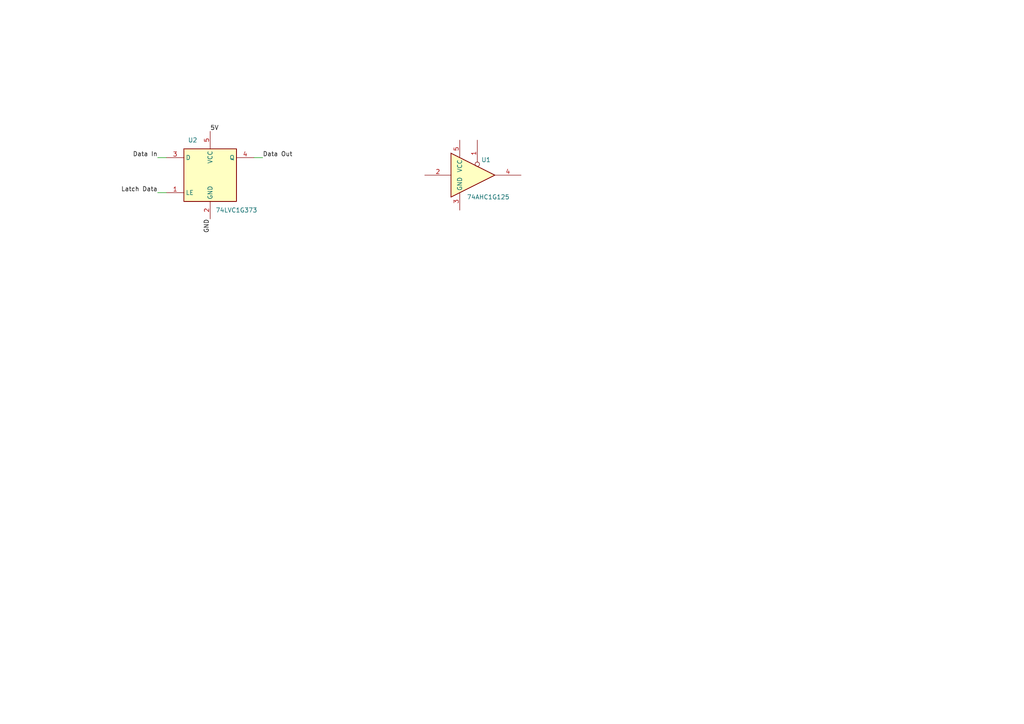
<source format=kicad_sch>
(kicad_sch (version 20231120) (generator "eeschema") (generator_version "8.0")
  (paper "A4")
  (lib_symbols
    (symbol "74xGxx:74AHC1G125"
      (property "Reference" "U" (at -2.54 3.81 0))
      (property "Value" "74AHC1G125" (at 0 -3.81 0))
      (symbol "74AHC1G125_0_1"
        (polyline (pts (xy -7.62 6.35) (xy -7.62 -6.35) (xy 5.08 0) (xy -7.62 6.35)) (stroke (width 0.254)) (fill (type background)))
      )
      (symbol "74AHC1G125_1_1"
        (pin input inverted (at 0 10.16 270) (length 7.62) (name "~") (number "1"))
        (pin input line (at -15.24 0 0) (length 7.62) (name "~") (number "2"))
        (pin power_in line (at -5.08 -10.16 90) (length 5.08) (name "GND") (number "3"))
        (pin tri_state line (at 12.7 0 180) (length 7.62) (name "~") (number "4"))
        (pin power_in line (at -5.08 10.16 270) (length 5.08) (name "VCC") (number "5"))
      )
    )
    (symbol "74xGxx:74LVC1G373"
      (property "Reference" "U2" (at -5.08 10.16 0))
      (property "Value" "74LVC1G373" (at 7.62 -10.16 0))
      (symbol "74LVC1G373_0_1"
        (rectangle (start -7.62 7.62) (end 7.62 -7.62) (stroke (width 0.254)) (fill (type background)))
      )
      (symbol "74LVC1G373_1_1"
        (pin input line (at -12.7 -5.08 0) (length 5.08) (name "LE") (number "1"))
        (pin power_in line (at 0 -12.7 90) (length 5.08) (name "GND") (number "2"))
        (pin input line (at -12.7 5.08 0) (length 5.08) (name "D") (number "3"))
        (pin tri_state line (at 12.7 5.08 180) (length 5.08) (name "Q") (number "4"))
        (pin power_in line (at 0 12.7 270) (length 5.08) (name "VCC") (number "5"))
      )
    )
  )
  (wire (pts (xy 76.2 45.72) (xy 73.66 45.72)))
  (wire (pts (xy 45.72 45.72) (xy 48.26 45.72)))
  (wire (pts (xy 45.72 55.88) (xy 48.26 55.88)))
  (label "Data In" (at 45.72 45.72 180))
  (label "GND" (at 60.96 63.5 270))
  (label "Data Out" (at 76.2 45.72 0))
  (label "Latch Data" (at 45.72 55.88 180))
  (label "5V" (at 60.96 38.1 0))
  (symbol (lib_id "74xGxx:74AHC1G125") (at 138.43 50.8 0) (unit 1)
    (property "Reference" "U1" (at 140.97 46.355 0))
    (property "Value" "74AHC1G125" (at 141.605 57.15 0))
    (property "Datasheet" "http://www.ti.com/lit/sg/scyt129e/scyt129e.pdf" (effects (hide yes)))
    (property "Description" "Single Buffer Gate Tri-State, Low-Voltage CMOS" (effects (hide yes)))
  )
  (symbol (lib_id "74xGxx:74LVC1G373") (at 60.96 50.8 0) (unit 1)
    (property "Reference" "U2" (at 55.88 40.64 0))
    (property "Value" "74LVC1G373" (at 68.58 60.96 0))
    (property "Datasheet" "http://www.ti.com/lit/sg/scyt129e/scyt129e.pdf" (effects (hide yes)))
    (property "Description" "Single D Latch, Low-Voltage CMOS" (effects (hide yes)))
  )
)
</source>
